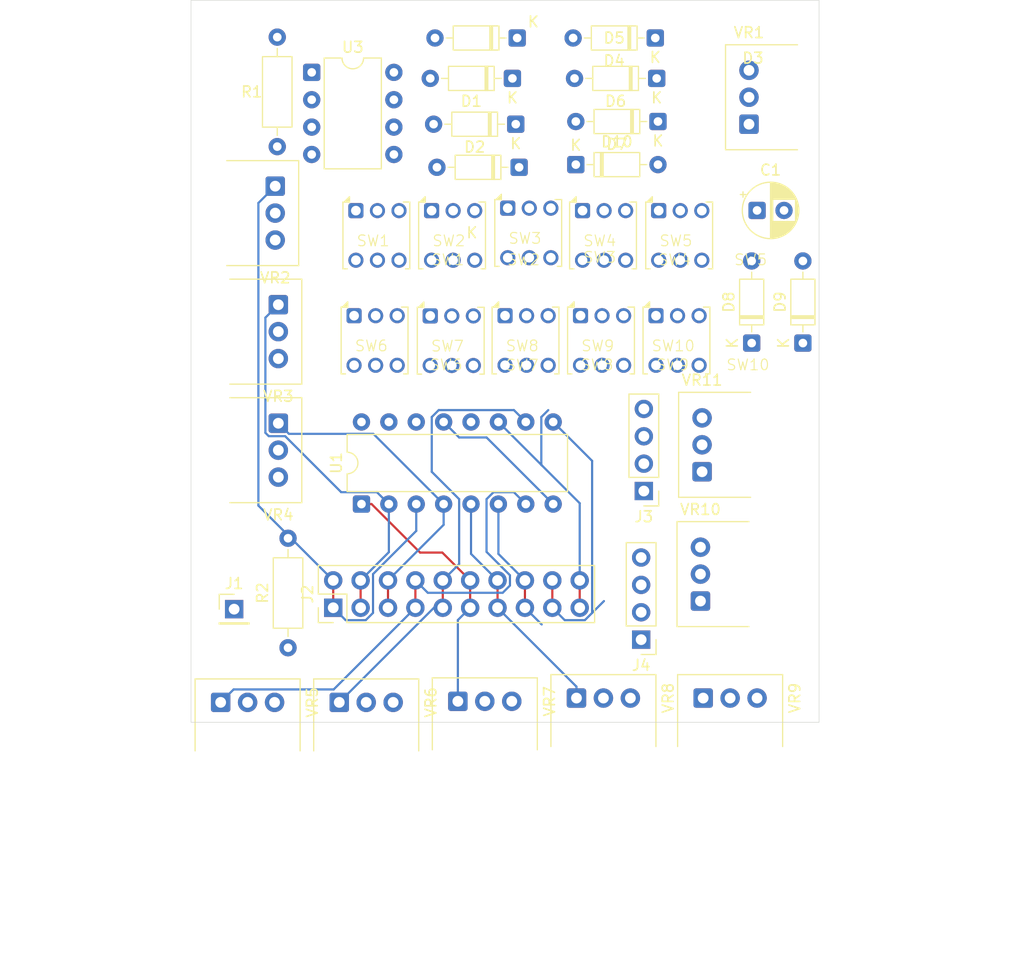
<source format=kicad_pcb>
(kicad_pcb (version 20241229) (generator "pcbnew") (generator_version "9.0")
  (layers (0 "F.Cu" signal) (2 "B.Cu" signal) (13 "F.Paste" user) (15 "B.Paste" user) (5 "F.SilkS" user "F.Silkscreen") (7 "B.SilkS" user "B.Silkscreen") (1 "F.Mask" user) (3 "B.Mask" user) (25 "Edge.Cuts" user))
  (net 0 "")
  (net 1 "GND")
  (net 2 "Net-(D1-K)")
  (net 3 "Net-(D1-A)")
  (net 4 "Net-(D2-A)")
  (net 5 "Net-(D3-A)")
  (net 6 "Net-(D4-A)")
  (net 7 "Net-(D5-A)")
  (net 8 "Net-(D6-A)")
  (net 9 "Net-(D7-A)")
  (net 10 "Net-(D8-A)")
  (net 11 "Net-(J1-Pin_1)")
  (net 12 "Net-(J2-Pin_5)")
  (net 13 "Net-(J2-Pin_11)")
  (net 14 "Net-(J2-Pin_1)")
  (net 15 "Net-(J2-Pin_7)")
  (net 16 "Net-(J2-Pin_17)")
  (net 17 "Net-(J2-Pin_10)")
  (net 18 "Net-(J2-Pin_3)")
  (net 19 "Net-(J2-Pin_15)")
  (net 20 "Net-(J2-Pin_13)")
  (net 21 "Net-(J2-Pin_19)")
  (net 42 "Net-(U1-CLK)")
  (net 43 "VCC")
  (net 45 "Net-(U3-TR)")
  (net 46 "Net-(D2-K)")
  (net 47 "Net-(D3-K)")
  (net 48 "Net-(D4-K)")
  (net 49 "Net-(D5-K)")
  (net 50 "Net-(D6-K)")
  (net 51 "Net-(D7-K)")
  (net 52 "Net-(D8-K)")
  (net 53 "Net-(D9-K)")
  (net 54 "Net-(D10-K)")
  (net 55 "Net-(J3-Pin_1)")
  (net 56 "Net-(J4-Pin_1)")
  (net 57 "Net-(U3-THR)")
  (net 58 "Net-(U3-DIS)")
  (net 59 "Net-(SW1B-A)")
  (net 61 "Net-(D9-A)")
  (net 62 "Net-(D10-A)")
  (footprint "Connector_PinHeader_2.54mm:PinHeader_2x10_P2.54mm_Vertical" (layer "F.Cu") (at 107.6905 159.62 90)
    (property "Reference" "J2" (at 1.27 -2.38 90) (layer "F.SilkS"))
    (property "Value" "Conn_02x10_Odd_Even")
    (pad "1" thru_hole rect (at 0 0 90) (size 1.7 1.7) (drill 1) (layers "*.Cu" "*.Mask") (net 14 "Net-(J2-Pin_1)"))
    (pad "2" thru_hole circle (at 2.54 0 90) (size 1.7 1.7) (drill 1) (layers "*.Cu" "*.Mask") (net 14 "Net-(J2-Pin_1)"))
    (pad "3" thru_hole circle (at 0 2.54 90) (size 1.7 1.7) (drill 1) (layers "*.Cu" "*.Mask") (net 18 "Net-(J2-Pin_3)"))
    (pad "4" thru_hole circle (at 2.54 2.54 90) (size 1.7 1.7) (drill 1) (layers "*.Cu" "*.Mask") (net 18 "Net-(J2-Pin_3)"))
    (pad "5" thru_hole circle (at 0 5.08 90) (size 1.7 1.7) (drill 1) (layers "*.Cu" "*.Mask") (net 12 "Net-(J2-Pin_5)"))
    (pad "6" thru_hole circle (at 2.54 5.08 90) (size 1.7 1.7) (drill 1) (layers "*.Cu" "*.Mask") (net 12 "Net-(J2-Pin_5)"))
    (pad "7" thru_hole circle (at 0 7.62 90) (size 1.7 1.7) (drill 1) (layers "*.Cu" "*.Mask") (net 15 "Net-(J2-Pin_7)"))
    (pad "8" thru_hole circle (at 2.54 7.62 90) (size 1.7 1.7) (drill 1) (layers "*.Cu" "*.Mask") (net 15 "Net-(J2-Pin_7)"))
    (pad "9" thru_hole circle (at 0 10.16 90) (size 1.7 1.7) (drill 1) (layers "*.Cu" "*.Mask") (net 17 "Net-(J2-Pin_10)"))
    (pad "10" thru_hole circle (at 2.54 10.16 90) (size 1.7 1.7) (drill 1) (layers "*.Cu" "*.Mask") (net 17 "Net-(J2-Pin_10)"))
    (pad "11" thru_hole circle (at 0 12.7 90) (size 1.7 1.7) (drill 1) (layers "*.Cu" "*.Mask") (net 13 "Net-(J2-Pin_11)"))
    (pad "12" thru_hole circle (at 2.54 12.7 90) (size 1.7 1.7) (drill 1) (layers "*.Cu" "*.Mask") (net 13 "Net-(J2-Pin_11)"))
    (pad "13" thru_hole circle (at 0 15.24 90) (size 1.7 1.7) (drill 1) (layers "*.Cu" "*.Mask") (net 20 "Net-(J2-Pin_13)"))
    (pad "14" thru_hole circle (at 2.54 15.24 90) (size 1.7 1.7) (drill 1) (layers "*.Cu" "*.Mask") (net 20 "Net-(J2-Pin_13)"))
    (pad "15" thru_hole circle (at 0 17.78 90) (size 1.7 1.7) (drill 1) (layers "*.Cu" "*.Mask") (net 19 "Net-(J2-Pin_15)"))
    (pad "16" thru_hole circle (at 2.54 17.78 90) (size 1.7 1.7) (drill 1) (layers "*.Cu" "*.Mask") (net 19 "Net-(J2-Pin_15)"))
    (pad "17" thru_hole circle (at 0 20.32 90) (size 1.7 1.7) (drill 1) (layers "*.Cu" "*.Mask") (net 16 "Net-(J2-Pin_17)"))
    (pad "18" thru_hole circle (at 2.54 20.32 90) (size 1.7 1.7) (drill 1) (layers "*.Cu" "*.Mask") (net 16 "Net-(J2-Pin_17)"))
    (pad "19" thru_hole circle (at 0 22.86 90) (size 1.7 1.7) (drill 1) (layers "*.Cu" "*.Mask") (net 21 "Net-(J2-Pin_19)"))
    (pad "20" thru_hole circle (at 2.54 22.86 90) (size 1.7 1.7) (drill 1) (layers "*.Cu" "*.Mask") (net 21 "Net-(J2-Pin_19)"))
  )
  (footprint "latching_switch:SW_DPDT_x2_Latching_2mm_pitch" (layer "F.Cu") (at 125.905 130.1)
    (property "Reference" "SW3" (at 6.5 -3 0) (layer "F.SilkS") (effects (font (thickness 0.1))))
    (property "Value" "SW_DPDT_x2_Latching")
    (fp_text user "${REFERENCE}" (at -0.43 -4.76 0) (layer "F.SilkS") (effects (font (thickness 0.1))))
    (pad "1" thru_hole roundrect (at -2.03 -7.56) (size 1.4 1.4) (drill 0.9) (layers "*.Cu" "*.Mask") (roundrect_rratio 0.1785714286) (net 55 "Net-(J3-Pin_1)"))
    (pad "2" thru_hole circle (at -0.03 -7.56) (size 1.4 1.4) (drill 0.9) (layers "*.Cu" "*.Mask") (net 47 "Net-(D3-K)"))
    (pad "3" thru_hole circle (at 1.97 -7.56) (size 1.4 1.4) (drill 0.9) (layers "*.Cu" "*.Mask"))
    (pad "4" thru_hole circle (at 1.97 -2.96) (size 1.4 1.4) (drill 0.9) (layers "*.Cu" "*.Mask") (net 59 "Net-(SW1B-A)"))
    (pad "5" thru_hole circle (at -0.03 -2.96) (size 1.4 1.4) (drill 0.9) (layers "*.Cu" "*.Mask") (net 52 "Net-(D8-K)"))
    (pad "6" thru_hole circle (at -2.03 -2.96) (size 1.4 1.4) (drill 0.9) (layers "*.Cu" "*.Mask"))
  )
  (footprint "Potentiometer_THT:Potentiometer_Alps_RK097_Single_Horizontal" (layer "F.Cu") (at 119.25 168.3 90)
    (property "Reference" "VR7" (at 0 8.5 90) (layer "F.SilkS"))
    (property "Value" "500K")
    (pad "1" thru_hole roundrect (at 0 0 270) (size 1.8 1.8) (drill 1) (layers "*.Cu" "*.Mask") (roundrect_rratio 0.1388888889) (net 13 "Net-(J2-Pin_11)"))
    (pad "2" thru_hole circle (at 0 2.5 270) (size 1.8 1.8) (drill 1) (layers "*.Cu" "*.Mask") (net 8 "Net-(D6-A)"))
    (pad "3" thru_hole circle (at 0 5 270) (size 1.8 1.8) (drill 1) (layers "*.Cu" "*.Mask") (net 8 "Net-(D6-A)"))
  )
  (footprint "Potentiometer_THT:Potentiometer_Alps_RK097_Single_Horizontal" (layer "F.Cu") (at 102.6 131.5)
    (property "Reference" "VR3" (at 0 8.5 180) (layer "F.SilkS"))
    (property "Value" "500K")
    (pad "1" thru_hole roundrect (at 0 0 180) (size 1.8 1.8) (drill 1) (layers "*.Cu" "*.Mask") (roundrect_rratio 0.1388888889) (net 18 "Net-(J2-Pin_3)"))
    (pad "2" thru_hole circle (at 0 2.5 180) (size 1.8 1.8) (drill 1) (layers "*.Cu" "*.Mask") (net 4 "Net-(D2-A)"))
    (pad "3" thru_hole circle (at 0 5 180) (size 1.8 1.8) (drill 1) (layers "*.Cu" "*.Mask") (net 4 "Net-(D2-A)"))
  )
  (footprint "Potentiometer_THT:Potentiometer_Alps_RK097_Single_Horizontal" (layer "F.Cu") (at 108.25 168.4 90)
    (property "Reference" "VR6" (at 0 8.5 90) (layer "F.SilkS"))
    (property "Value" "500K")
    (pad "1" thru_hole roundrect (at 0 0 270) (size 1.8 1.8) (drill 1) (layers "*.Cu" "*.Mask") (roundrect_rratio 0.1388888889) (net 17 "Net-(J2-Pin_10)"))
    (pad "2" thru_hole circle (at 0 2.5 270) (size 1.8 1.8) (drill 1) (layers "*.Cu" "*.Mask") (net 7 "Net-(D5-A)"))
    (pad "3" thru_hole circle (at 0 5 270) (size 1.8 1.8) (drill 1) (layers "*.Cu" "*.Mask") (net 7 "Net-(D5-A)"))
  )
  (footprint "latching_switch:SW_DPDT_x2_Latching_2mm_pitch" (layer "F.Cu") (at 118.7175 140.1)
    (property "Reference" "SW7" (at 6.5 -3 0) (layer "F.SilkS") (effects (font (thickness 0.1))))
    (property "Value" "SW_DPDT_x2_Latching")
    (fp_text user "${REFERENCE}" (at -0.43 -4.76 0) (layer "F.SilkS") (effects (font (thickness 0.1))))
    (pad "1" thru_hole roundrect (at -2.03 -7.56) (size 1.4 1.4) (drill 0.9) (layers "*.Cu" "*.Mask") (roundrect_rratio 0.1785714286) (net 55 "Net-(J3-Pin_1)"))
    (pad "2" thru_hole circle (at -0.03 -7.56) (size 1.4 1.4) (drill 0.9) (layers "*.Cu" "*.Mask") (net 51 "Net-(D7-K)"))
    (pad "3" thru_hole circle (at 1.97 -7.56) (size 1.4 1.4) (drill 0.9) (layers "*.Cu" "*.Mask"))
    (pad "4" thru_hole circle (at 1.97 -2.96) (size 1.4 1.4) (drill 0.9) (layers "*.Cu" "*.Mask") (net 59 "Net-(SW1B-A)"))
    (pad "5" thru_hole circle (at -0.03 -2.96) (size 1.4 1.4) (drill 0.9) (layers "*.Cu" "*.Mask") (net 48 "Net-(D4-K)"))
    (pad "6" thru_hole circle (at -2.03 -2.96) (size 1.4 1.4) (drill 0.9) (layers "*.Cu" "*.Mask"))
  )
  (footprint "Resistor_THT:R_Axial_DIN0207_L6.3mm_D2.5mm_P10.16mm_Horizontal" (layer "F.Cu") (at 103.5 163.33 90)
    (property "Reference" "R2" (at 5.08 -2.37 90) (layer "F.SilkS"))
    (property "Value" "100K")
    (pad "1" thru_hole circle (at 0 0 90) (size 1.6 1.6) (drill 0.8) (layers "*.Cu" "*.Mask") (net 1 "GND"))
    (pad "2" thru_hole circle (at 10.16 0 90) (size 1.6 1.6) (drill 0.8) (layers "*.Cu" "*.Mask") (net 11 "Net-(J1-Pin_1)"))
  )
  (footprint "Diode_THT:D_DO-35_SOD27_P7.62mm_Horizontal" (layer "F.Cu") (at 151.25 135.06 90)
    (property "Reference" "D9" (at 3.81 -2.12 90) (layer "F.SilkS"))
    (property "Value" "1N4148")
    (fp_text user "K" (at 0 -1.8 90) (layer "F.SilkS"))
    (pad "1" thru_hole roundrect (at 0 0 90) (size 1.6 1.6) (drill 0.8) (layers "*.Cu" "*.Mask") (roundrect_rratio 0.15625) (net 53 "Net-(D9-K)"))
    (pad "2" thru_hole circle (at 7.62 0 90) (size 1.6 1.6) (drill 0.8) (layers "*.Cu" "*.Mask") (net 61 "Net-(D9-A)"))
  )
  (footprint "Potentiometer_THT:Potentiometer_Alps_RK097_Single_Horizontal" (layer "F.Cu") (at 102.6 142.5)
    (property "Reference" "VR4" (at 0 8.5 180) (layer "F.SilkS"))
    (property "Value" "500K")
    (pad "1" thru_hole roundrect (at 0 0 180) (size 1.8 1.8) (drill 1) (layers "*.Cu" "*.Mask") (roundrect_rratio 0.1388888889) (net 12 "Net-(J2-Pin_5)"))
    (pad "2" thru_hole circle (at 0 2.5 180) (size 1.8 1.8) (drill 1) (layers "*.Cu" "*.Mask") (net 5 "Net-(D3-A)"))
    (pad "3" thru_hole circle (at 0 5 180) (size 1.8 1.8) (drill 1) (layers "*.Cu" "*.Mask") (net 5 "Net-(D3-A)"))
  )
  (footprint "Potentiometer_THT:Potentiometer_Alps_RK097_Single_Horizontal" (layer "F.Cu") (at 142 168 90)
    (property "Reference" "VR9" (at 0 8.5 90) (layer "F.SilkS"))
    (property "Value" "500K")
    (pad "1" thru_hole roundrect (at 0 0 270) (size 1.8 1.8) (drill 1) (layers "*.Cu" "*.Mask") (roundrect_rratio 0.1388888889) (net 19 "Net-(J2-Pin_15)"))
    (pad "2" thru_hole circle (at 0 2.5 270) (size 1.8 1.8) (drill 1) (layers "*.Cu" "*.Mask") (net 10 "Net-(D8-A)"))
    (pad "3" thru_hole circle (at 0 5 270) (size 1.8 1.8) (drill 1) (layers "*.Cu" "*.Mask") (net 10 "Net-(D8-A)"))
  )
  (footprint "latching_switch:SW_DPDT_x2_Latching_2mm_pitch" (layer "F.Cu") (at 139.655 140.08)
    (property "Reference" "SW10" (at 6.5 -3 0) (layer "F.SilkS") (effects (font (thickness 0.1))))
    (property "Value" "SW_DPDT_x2_Latching")
    (fp_text user "${REFERENCE}" (at -0.43 -4.76 0) (layer "F.SilkS") (effects (font (thickness 0.1))))
    (pad "1" thru_hole roundrect (at -2.03 -7.56) (size 1.4 1.4) (drill 0.9) (layers "*.Cu" "*.Mask") (roundrect_rratio 0.1785714286) (net 55 "Net-(J3-Pin_1)"))
    (pad "2" thru_hole circle (at -0.03 -7.56) (size 1.4 1.4) (drill 0.9) (layers "*.Cu" "*.Mask") (net 54 "Net-(D10-K)"))
    (pad "3" thru_hole circle (at 1.97 -7.56) (size 1.4 1.4) (drill 0.9) (layers "*.Cu" "*.Mask"))
    (pad "4" thru_hole circle (at 1.97 -2.96) (size 1.4 1.4) (drill 0.9) (layers "*.Cu" "*.Mask") (net 56 "Net-(J4-Pin_1)"))
    (pad "5" thru_hole circle (at -0.03 -2.96) (size 1.4 1.4) (drill 0.9) (layers "*.Cu" "*.Mask") (net 2 "Net-(D1-K)"))
    (pad "6" thru_hole circle (at -2.03 -2.96) (size 1.4 1.4) (drill 0.9) (layers "*.Cu" "*.Mask"))
  )
  (footprint "latching_switch:SW_DPDT_x2_Latching_2mm_pitch" (layer "F.Cu") (at 132.8425 130.33)
    (property "Reference" "SW4" (at 6.5 -3 0) (layer "F.SilkS") (effects (font (thickness 0.1))))
    (property "Value" "SW_DPDT_x2_Latching")
    (fp_text user "${REFERENCE}" (at -0.43 -4.76 0) (layer "F.SilkS") (effects (font (thickness 0.1))))
    (pad "1" thru_hole roundrect (at -2.03 -7.56) (size 1.4 1.4) (drill 0.9) (layers "*.Cu" "*.Mask") (roundrect_rratio 0.1785714286) (net 55 "Net-(J3-Pin_1)"))
    (pad "2" thru_hole circle (at -0.03 -7.56) (size 1.4 1.4) (drill 0.9) (layers "*.Cu" "*.Mask") (net 48 "Net-(D4-K)"))
    (pad "3" thru_hole circle (at 1.97 -7.56) (size 1.4 1.4) (drill 0.9) (layers "*.Cu" "*.Mask"))
    (pad "4" thru_hole circle (at 1.97 -2.96) (size 1.4 1.4) (drill 0.9) (layers "*.Cu" "*.Mask") (net 59 "Net-(SW1B-A)"))
    (pad "5" thru_hole circle (at -0.03 -2.96) (size 1.4 1.4) (drill 0.9) (layers "*.Cu" "*.Mask") (net 51 "Net-(D7-K)"))
    (pad "6" thru_hole circle (at -2.03 -2.96) (size 1.4 1.4) (drill 0.9) (layers "*.Cu" "*.Mask"))
  )
  (footprint "Potentiometer_THT:Potentiometer_Alps_RK097_Single_Horizontal" (layer "F.Cu") (at 141.9 147 180)
    (property "Reference" "VR11" (at 0 8.5 0) (layer "F.SilkS"))
    (property "Value" "500K")
    (pad "1" thru_hole roundrect (at 0 0) (size 1.8 1.8) (drill 1) (layers "*.Cu" "*.Mask") (roundrect_rratio 0.1388888889) (net 21 "Net-(J2-Pin_19)"))
    (pad "2" thru_hole circle (at 0 2.5) (size 1.8 1.8) (drill 1) (layers "*.Cu" "*.Mask") (net 62 "Net-(D10-A)"))
    (pad "3" thru_hole circle (at 0 5) (size 1.8 1.8) (drill 1) (layers "*.Cu" "*.Mask") (net 62 "Net-(D10-A)"))
  )
  (footprint "latching_switch:SW_DPDT_x2_Latching_2mm_pitch" (layer "F.Cu") (at 118.8425 130.33)
    (property "Reference" "SW2" (at 6.5 -3 0) (layer "F.SilkS") (effects (font (thickness 0.1))))
    (property "Value" "SW_DPDT_x2_Latching")
    (fp_text user "${REFERENCE}" (at -0.43 -4.76 0) (layer "F.SilkS") (effects (font (thickness 0.1))))
    (pad "1" thru_hole roundrect (at -2.03 -7.56) (size 1.4 1.4) (drill 0.9) (layers "*.Cu" "*.Mask") (roundrect_rratio 0.1785714286) (net 55 "Net-(J3-Pin_1)"))
    (pad "2" thru_hole circle (at -0.03 -7.56) (size 1.4 1.4) (drill 0.9) (layers "*.Cu" "*.Mask") (net 46 "Net-(D2-K)"))
    (pad "3" thru_hole circle (at 1.97 -7.56) (size 1.4 1.4) (drill 0.9) (layers "*.Cu" "*.Mask"))
    (pad "4" thru_hole circle (at 1.97 -2.96) (size 1.4 1.4) (drill 0.9) (layers "*.Cu" "*.Mask") (net 59 "Net-(SW1B-A)"))
    (pad "5" thru_hole circle (at -0.03 -2.96) (size 1.4 1.4) (drill 0.9) (layers "*.Cu" "*.Mask") (net 53 "Net-(D9-K)"))
    (pad "6" thru_hole circle (at -2.03 -2.96) (size 1.4 1.4) (drill 0.9) (layers "*.Cu" "*.Mask"))
  )
  (footprint "latching_switch:SW_DPDT_x2_Latching_2mm_pitch" (layer "F.Cu") (at 132.655 140.08)
    (property "Reference" "SW9" (at 6.5 -3 0) (layer "F.SilkS") (effects (font (thickness 0.1))))
    (property "Value" "SW_DPDT_x2_Latching")
    (fp_text user "${REFERENCE}" (at -0.43 -4.76 0) (layer "F.SilkS") (effects (font (thickness 0.1))))
    (pad "1" thru_hole roundrect (at -2.03 -7.56) (size 1.4 1.4) (drill 0.9) (layers "*.Cu" "*.Mask") (roundrect_rratio 0.1785714286) (net 55 "Net-(J3-Pin_1)"))
    (pad "2" thru_hole circle (at -0.03 -7.56) (size 1.4 1.4) (drill 0.9) (layers "*.Cu" "*.Mask") (net 53 "Net-(D9-K)"))
    (pad "3" thru_hole circle (at 1.97 -7.56) (size 1.4 1.4) (drill 0.9) (layers "*.Cu" "*.Mask"))
    (pad "4" thru_hole circle (at 1.97 -2.96) (size 1.4 1.4) (drill 0.9) (layers "*.Cu" "*.Mask") (net 59 "Net-(SW1B-A)"))
    (pad "5" thru_hole circle (at -0.03 -2.96) (size 1.4 1.4) (drill 0.9) (layers "*.Cu" "*.Mask") (net 46 "Net-(D2-K)"))
    (pad "6" thru_hole circle (at -2.03 -2.96) (size 1.4 1.4) (drill 0.9) (layers "*.Cu" "*.Mask"))
  )
  (footprint "Diode_THT:D_DO-35_SOD27_P7.62mm_Horizontal" (layer "F.Cu") (at 124.75 106.75 180)
    (property "Reference" "D5" (at -9 0 0) (layer "F.SilkS"))
    (property "Value" "1N4148")
    (fp_text user "K" (at -1.5 1.5 0) (layer "F.SilkS"))
    (pad "1" thru_hole roundrect (at 0 0 180) (size 1.6 1.6) (drill 0.8) (layers "*.Cu" "*.Mask") (roundrect_rratio 0.15625) (net 49 "Net-(D5-K)"))
    (pad "2" thru_hole circle (at 7.62 0 180) (size 1.6 1.6) (drill 0.8) (layers "*.Cu" "*.Mask") (net 7 "Net-(D5-A)"))
  )
  (footprint "Diode_THT:D_DO-35_SOD27_P7.62mm_Horizontal" (layer "F.Cu") (at 137.69 110.5 180)
    (property "Reference" "D6" (at 3.81 -2.12 0) (layer "F.SilkS"))
    (property "Value" "1N4148")
    (fp_text user "K" (at 0 -1.8 0) (layer "F.SilkS"))
    (pad "1" thru_hole roundrect (at 0 0 180) (size 1.6 1.6) (drill 0.8) (layers "*.Cu" "*.Mask") (roundrect_rratio 0.15625) (net 50 "Net-(D6-K)"))
    (pad "2" thru_hole circle (at 7.62 0 180) (size 1.6 1.6) (drill 0.8) (layers "*.Cu" "*.Mask") (net 8 "Net-(D6-A)"))
  )
  (footprint "Potentiometer_THT:Potentiometer_Alps_RK097_Single_Horizontal" (layer "F.Cu") (at 97.25 168.4 90)
    (property "Reference" "VR5" (at 0 8.5 90) (layer "F.SilkS"))
    (property "Value" "500K")
    (pad "1" thru_hole roundrect (at 0 0 270) (size 1.8 1.8) (drill 1) (layers "*.Cu" "*.Mask") (roundrect_rratio 0.1388888889) (net 15 "Net-(J2-Pin_7)"))
    (pad "2" thru_hole circle (at 0 2.5 270) (size 1.8 1.8) (drill 1) (layers "*.Cu" "*.Mask") (net 6 "Net-(D4-A)"))
    (pad "3" thru_hole circle (at 0 5 270) (size 1.8 1.8) (drill 1) (layers "*.Cu" "*.Mask") (net 6 "Net-(D4-A)"))
  )
  (footprint "Resistor_THT:R_Axial_DIN0207_L6.3mm_D2.5mm_P10.16mm_Horizontal" (layer "F.Cu") (at 102.5 116.83 90)
    (property "Reference" "R1" (at 5.08 -2.37 0) (layer "F.SilkS"))
    (property "Value" "1K")
    (pad "1" thru_hole circle (at 0 0 90) (size 1.6 1.6) (drill 0.8) (layers "*.Cu" "*.Mask") (net 57 "Net-(U3-THR)"))
    (pad "2" thru_hole circle (at 10.16 0 90) (size 1.6 1.6) (drill 0.8) (layers "*.Cu" "*.Mask") (net 58 "Net-(U3-DIS)"))
  )
  (footprint "latching_switch:SW_DPDT_x2_Latching_2mm_pitch" (layer "F.Cu") (at 139.905 130.33)
    (property "Reference" "SW5" (at 6.5 -3 0) (layer "F.SilkS") (effects (font (thickness 0.1))))
    (property "Value" "SW_DPDT_x2_Latching")
    (fp_text user "${REFERENCE}" (at -0.43 -4.76 0) (layer "F.SilkS") (effects (font (thickness 0.1))))
    (pad "1" thru_hole roundrect (at -2.03 -7.56) (size 1.4 1.4) (drill 0.9) (layers "*.Cu" "*.Mask") (roundrect_rratio 0.1785714286) (net 55 "Net-(J3-Pin_1)"))
    (pad "2" thru_hole circle (at -0.03 -7.56) (size 1.4 1.4) (drill 0.9) (layers "*.Cu" "*.Mask") (net 49 "Net-(D5-K)"))
    (pad "3" thru_hole circle (at 1.97 -7.56) (size 1.4 1.4) (drill 0.9) (layers "*.Cu" "*.Mask"))
    (pad "4" thru_hole circle (at 1.97 -2.96) (size 1.4 1.4) (drill 0.9) (layers "*.Cu" "*.Mask") (net 59 "Net-(SW1B-A)"))
    (pad "5" thru_hole circle (at -0.03 -2.96) (size 1.4 1.4) (drill 0.9) (layers "*.Cu" "*.Mask") (net 50 "Net-(D6-K)"))
    (pad "6" thru_hole circle (at -2.03 -2.96) (size 1.4 1.4) (drill 0.9) (layers "*.Cu" "*.Mask"))
  )
  (footprint "Connector_PinHeader_2.54mm:PinHeader_1x04_P2.54mm_Vertical" (layer "F.Cu") (at 136.25 162.58 180)
    (property "Reference" "J4" (at 0 -2.38 0) (layer "F.SilkS"))
    (property "Value" "CV Inv")
    (pad "1" thru_hole rect (at 0 0 180) (size 1.7 1.7) (drill 1) (layers "*.Cu" "*.Mask") (net 56 "Net-(J4-Pin_1)"))
    (pad "2" thru_hole circle (at 0 2.54 180) (size 1.7 1.7) (drill 1) (layers "*.Cu" "*.Mask") (net 56 "Net-(J4-Pin_1)"))
    (pad "3" thru_hole circle (at 0 5.08 180) (size 1.7 1.7) (drill 1) (layers "*.Cu" "*.Mask") (net 56 "Net-(J4-Pin_1)"))
    (pad "4" thru_hole circle (at 0 7.62 180) (size 1.7 1.7) (drill 1) (layers "*.Cu" "*.Mask") (net 56 "Net-(J4-Pin_1)"))
  )
  (footprint "Package_DIP:DIP-8_W7.62mm" (layer "F.Cu") (at 105.695 109.94)
    (property "Reference" "U3" (at 3.81 -2.33 0) (layer "F.SilkS"))
    (property "Value" "ICM7555xP")
    (pad "1" thru_hole roundrect (at 0 0) (size 1.6 1.6) (drill 0.8) (layers "*.Cu" "*.Mask") (roundrect_rratio 0.15625) (net 1 "GND"))
    (pad "2" thru_hole circle (at 0 2.54) (size 1.6 1.6) (drill 0.8) (layers "*.Cu" "*.Mask") (net 45 "Net-(U3-TR)"))
    (pad "3" thru_hole circle (at 0 5.08) (size 1.6 1.6) (drill 0.8) (layers "*.Cu" "*.Mask") (net 42 "Net-(U1-CLK)"))
    (pad "4" thru_hole circle (at 0 7.62) (size 1.6 1.6) (drill 0.8) (layers "*.Cu" "*.Mask") (net 43 "VCC"))
    (pad "5" thru_hole circle (at 7.62 7.62) (size 1.6 1.6) (drill 0.8) (layers "*.Cu" "*.Mask"))
    (pad "6" thru_hole circle (at 7.62 5.08) (size 1.6 1.6) (drill 0.8) (layers "*.Cu" "*.Mask") (net 57 "Net-(U3-THR)"))
    (pad "7" thru_hole circle (at 7.62 2.54) (size 1.6 1.6) (drill 0.8) (layers "*.Cu" "*.Mask") (net 58 "Net-(U3-DIS)"))
    (pad "8" thru_hole circle (at 7.62 0) (size 1.6 1.6) (drill 0.8) (layers "*.Cu" "*.Mask") (net 43 "VCC"))
  )
  (footprint "Diode_THT:D_DO-35_SOD27_P7.62mm_Horizontal" (layer "F.Cu") (at 124.62 114.75 180)
    (property "Reference" "D2" (at 3.81 -2.12 0) (layer "F.SilkS"))
    (property "Value" "1N4148")
    (fp_text user "K" (at 0 -1.8 0) (layer "F.SilkS"))
    (pad "1" thru_hole roundrect (at 0 0 180) (size 1.6 1.6) (drill 0.8) (layers "*.Cu" "*.Mask") (roundrect_rratio 0.15625) (net 46 "Net-(D2-K)"))
    (pad "2" thru_hole circle (at 7.62 0 180) (size 1.6 1.6) (drill 0.8) (layers "*.Cu" "*.Mask") (net 4 "Net-(D2-A)"))
  )
  (footprint "latching_switch:SW_DPDT_x2_Latching_2mm_pitch" (layer "F.Cu") (at 111.655 140.08)
    (property "Reference" "SW6" (at 6.5 -3 0) (layer "F.SilkS") (effects (font (thickness 0.1))))
    (property "Value" "SW_DPDT_x2_Latching")
    (fp_text user "${REFERENCE}" (at -0.43 -4.76 0) (layer "F.SilkS") (effects (font (thickness 0.1))))
    (pad "1" thru_hole roundrect (at -2.03 -7.56) (size 1.4 1.4) (drill 0.9) (layers "*.Cu" "*.Mask") (roundrect_rratio 0.1785714286) (net 55 "Net-(J3-Pin_1)"))
    (pad "2" thru_hole circle (at -0.03 -7.56) (size 1.4 1.4) (drill 0.9) (layers "*.Cu" "*.Mask") (net 50 "Net-(D6-K)"))
    (pad "3" thru_hole circle (at 1.97 -7.56) (size 1.4 1.4) (drill 0.9) (layers "*.Cu" "*.Mask"))
    (pad "4" thru_hole circle (at 1.97 -2.96) (size 1.4 1.4) (drill 0.9) (layers "*.Cu" "*.Mask") (net 59 "Net-(SW1B-A)"))
    (pad "5" thru_hole circle (at -0.03 -2.96) (size 1.4 1.4) (drill 0.9) (layers "*.Cu" "*.Mask") (net 49 "Net-(D5-K)"))
    (pad "6" thru_hole circle (at -2.03 -2.96) (size 1.4 1.4) (drill 0.9) (layers "*.Cu" "*.Mask"))
  )
  (footprint "Potentiometer_THT:Potentiometer_Alps_RK097_Single_Horizontal" (layer "F.Cu") (at 130.25 168 90)
    (property "Reference" "VR8" (at 0 8.5 90) (layer "F.SilkS"))
    (property "Value" "500K")
    (pad "1" thru_hole roundrect (at 0 0 270) (size 1.8 1.8) (drill 1) (layers "*.Cu" "*.Mask") (roundrect_rratio 0.1388888889) (net 20 "Net-(J2-Pin_13)"))
    (pad "2" thru_hole circle (at 0 2.5 270) (size 1.8 1.8) (drill 1) (layers "*.Cu" "*.Mask") (net 9 "Net-(D7-A)"))
    (pad "3" thru_hole circle (at 0 5 270) (size 1.8 1.8) (drill 1) (layers "*.Cu" "*.Mask") (net 9 "Net-(D7-A)"))
  )
  (footprint "Diode_THT:D_DO-35_SOD27_P7.62mm_Horizontal" (layer "F.Cu") (at 124.31 110.5 180)
    (property "Reference" "D1" (at 3.81 -2.12 0) (layer "F.SilkS"))
    (property "Value" "1N4148")
    (fp_text user "K" (at 0 -1.8 0) (layer "F.SilkS"))
    (pad "1" thru_hole roundrect (at 0 0 180) (size 1.6 1.6) (drill 0.8) (layers "*.Cu" "*.Mask") (roundrect_rratio 0.15625) (net 2 "Net-(D1-K)"))
    (pad "2" thru_hole circle (at 7.62 0 180) (size 1.6 1.6) (drill 0.8) (layers "*.Cu" "*.Mask") (net 3 "Net-(D1-A)"))
  )
  (footprint "Diode_THT:D_DO-35_SOD27_P7.62mm_Horizontal" (layer "F.Cu") (at 130.19 118.5)
    (property "Reference" "D10" (at 3.81 -2.12 0) (layer "F.SilkS"))
    (property "Value" "1N4148")
    (fp_text user "K" (at 0 -1.8 0) (layer "F.SilkS"))
    (pad "1" thru_hole roundrect (at 0 0) (size 1.6 1.6) (drill 0.8) (layers "*.Cu" "*.Mask") (roundrect_rratio 0.15625) (net 54 "Net-(D10-K)"))
    (pad "2" thru_hole circle (at 7.62 0) (size 1.6 1.6) (drill 0.8) (layers "*.Cu" "*.Mask") (net 62 "Net-(D10-A)"))
  )
  (footprint "Potentiometer_THT:Potentiometer_Alps_RK097_Single_Horizontal" (layer "F.Cu") (at 102.3105 120.5)
    (property "Reference" "VR2" (at 0 8.5 0) (layer "F.SilkS"))
    (property "Value" "500K")
    (pad "1" thru_hole roundrect (at 0 0 180) (size 1.8 1.8) (drill 1) (layers "*.Cu" "*.Mask") (roundrect_rratio 0.1388888889) (net 14 "Net-(J2-Pin_1)"))
    (pad "2" thru_hole circle (at 0 2.5 180) (size 1.8 1.8) (drill 1) (layers "*.Cu" "*.Mask") (net 3 "Net-(D1-A)"))
    (pad "3" thru_hole circle (at 0 5 180) (size 1.8 1.8) (drill 1) (layers "*.Cu" "*.Mask") (net 3 "Net-(D1-A)"))
  )
  (footprint "Diode_THT:D_DO-35_SOD27_P7.62mm_Horizontal" (layer "F.Cu") (at 137.56 106.75 180)
    (property "Reference" "D4" (at 3.81 -2.12 0) (layer "F.SilkS"))
    (property "Value" "1N4148")
    (fp_text user "K" (at 0 -1.8 0) (layer "F.SilkS"))
    (pad "1" thru_hole roundrect (at 0 0 180) (size 1.6 1.6) (drill 0.8) (layers "*.Cu" "*.Mask") (roundrect_rratio 0.15625) (net 48 "Net-(D4-K)"))
    (pad "2" thru_hole circle (at 7.62 0 180) (size 1.6 1.6) (drill 0.8) (layers "*.Cu" "*.Mask") (net 6 "Net-(D4-A)"))
  )
  (footprint "Diode_THT:D_DO-35_SOD27_P7.62mm_Horizontal" (layer "F.Cu") (at 124.93 118.75 180)
    (property "Reference" "D3" (at -21.69 10.13 0) (layer "F.SilkS"))
    (property "Value" "1N4148")
    (fp_text user "K" (at 4.375 -6.07 0) (layer "F.SilkS"))
    (pad "1" thru_hole roundrect (at 0 0 180) (size 1.6 1.6) (drill 0.8) (layers "*.Cu" "*.Mask") (roundrect_rratio 0.15625) (net 47 "Net-(D3-K)"))
    (pad "2" thru_hole circle (at 7.62 0 180) (size 1.6 1.6) (drill 0.8) (layers "*.Cu" "*.Mask") (net 5 "Net-(D3-A)"))
  )
  (footprint "latching_switch:SW_DPDT_x2_Latching_2mm_pitch" (layer "F.Cu") (at 111.8225 130.33)
    (property "Reference" "SW1" (at 6.5 -3 0) (layer "F.SilkS") (effects (font (thickness 0.1))))
    (property "Value" "SW_DPDT_x2_Latching")
    (fp_text user "${REFERENCE}" (at -0.43 -4.76 0) (layer "F.SilkS") (effects (font (thickness 0.1))))
    (pad "1" thru_hole roundrect (at -2.03 -7.56) (size 1.4 1.4) (drill 0.9) (layers "*.Cu" "*.Mask") (roundrect_rratio 0.1785714286) (net 55 "Net-(J3-Pin_1)"))
    (pad "2" thru_hole circle (at -0.03 -7.56) (size 1.4 1.4) (drill 0.9) (layers "*.Cu" "*.Mask") (net 2 "Net-(D1-K)"))
    (pad "3" thru_hole circle (at 1.97 -7.56) (size 1.4 1.4) (drill 0.9) (layers "*.Cu" "*.Mask"))
    (pad "4" thru_hole circle (at 1.97 -2.96) (size 1.4 1.4) (drill 0.9) (layers "*.Cu" "*.Mask") (net 59 "Net-(SW1B-A)"))
    (pad "5" thru_hole circle (at -0.03 -2.96) (size 1.4 1.4) (drill 0.9) (layers "*.Cu" "*.Mask") (net 54 "Net-(D10-K)"))
    (pad "6" thru_hole circle (at -2.03 -2.96) (size 1.4 1.4) (drill 0.9) (layers "*.Cu" "*.Mask"))
  )
  (footprint "Connector_PinHeader_2.54mm:PinHeader_1x04_P2.54mm_Vertical" (layer "F.Cu") (at 136.5 148.79 180)
    (property "Reference" "J3" (at 0 -2.38 0) (layer "F.SilkS"))
    (property "Value" "CV")
    (pad "1" thru_hole rect (at 0 0 180) (size 1.7 1.7) (drill 1) (layers "*.Cu" "*.Mask") (net 55 "Net-(J3-Pin_1)"))
    (pad "2" thru_hole circle (at 0 2.54 180) (size 1.7 1.7) (drill 1) (layers "*.Cu" "*.Mask") (net 55 "Net-(J3-Pin_1)"))
    (pad "3" thru_hole circle (at 0 5.08 180) (size 1.7 1.7) (drill 1) (layers "*.Cu" "*.Mask") (net 55 "Net-(J3-Pin_1)"))
    (pad "4" thru_hole circle (at 0 7.62 180) (size 1.7 1.7) (drill 1) (layers "*.Cu" "*.Mask") (net 55 "Net-(J3-Pin_1)"))
  )
  (footprint "Diode_THT:D_DO-35_SOD27_P7.62mm_Horizontal" (layer "F.Cu") (at 137.81 114.5 180)
    (property "Reference" "D7" (at 3.81 -2.12 0) (layer "F.SilkS"))
    (property "Value" "1N4148")
    (fp_text user "K" (at 0 -1.8 0) (layer "F.SilkS"))
    (pad "1" thru_hole roundrect (at 0 0 180) (size 1.6 1.6) (drill 0.8) (layers "*.Cu" "*.Mask") (roundrect_rratio 0.15625) (net 51 "Net-(D7-K)"))
    (pad "2" thru_hole circle (at 7.62 0 180) (size 1.6 1.6) (drill 0.8) (layers "*.Cu" "*.Mask") (net 9 "Net-(D7-A)"))
  )
  (footprint "Connector_PinHeader_2.54mm:PinHeader_1x01_P2.54mm_Vertical" (layer "F.Cu") (at 98.5 159.75)
    (property "Reference" "J1" (at 0 -2.38 0) (layer "F.SilkS"))
    (property "Value" "Conn_01x01")
    (pad "1" thru_hole rect (at 0 0) (size 1.7 1.7) (drill 1) (layers "*.Cu" "*.Mask") (net 11 "Net-(J1-Pin_1)"))
  )
  (footprint "Capacitor_THT:CP_Radial_D5.0mm_P2.50mm" (layer "F.Cu") (at 147 122.75)
    (property "Reference" "C1" (at 1.25 -3.75 0) (layer "F.SilkS"))
    (property "Value" "C_Polarized")
    (pad "1" thru_hole roundrect (at 0 0) (size 1.6 1.6) (drill 0.8) (layers "*.Cu" "*.Mask") (roundrect_rratio 0.15625) (net 45 "Net-(U3-TR)"))
    (pad "2" thru_hole circle (at 2.5 0) (size 1.6 1.6) (drill 0.8) (layers "*.Cu" "*.Mask") (net 1 "GND"))
  )
  (footprint "Diode_THT:D_DO-35_SOD27_P7.62mm_Horizontal" (layer "F.Cu") (at 146.5 135.06 90)
    (property "Reference" "D8" (at 3.81 -2.12 90) (layer "F.SilkS"))
    (property "Value" "1N4148")
    (fp_text user "K" (at 0 -1.8 90) (layer "F.SilkS"))
    (pad "1" thru_hole roundrect (at 0 0 90) (size 1.6 1.6) (drill 0.8) (layers "*.Cu" "*.Mask") (roundrect_rratio 0.15625) (net 52 "Net-(D8-K)"))
    (pad "2" thru_hole circle (at 7.62 0 90) (size 1.6 1.6) (drill 0.8) (layers "*.Cu" "*.Mask") (net 10 "Net-(D8-A)"))
  )
  (footprint "Potentiometer_THT:Potentiometer_Alps_RK097_Single_Horizontal" (layer "F.Cu") (at 146.25 114.75 180)
    (property "Reference" "VR1" (at 0 8.5 0) (layer "F.SilkS"))
    (property "Value" "500K")
    (pad "1" thru_hole roundrect (at 0 0) (size 1.8 1.8) (drill 1) (layers "*.Cu" "*.Mask") (roundrect_rratio 0.1388888889) (net 43 "VCC"))
    (pad "2" thru_hole circle (at 0 2.5) (size 1.8 1.8) (drill 1) (layers "*.Cu" "*.Mask") (net 58 "Net-(U3-DIS)"))
    (pad "3" thru_hole circle (at 0 5) (size 1.8 1.8) (drill 1) (layers "*.Cu" "*.Mask") (net 58 "Net-(U3-DIS)"))
  )
  (footprint "latching_switch:SW_DPDT_x2_Latching_2mm_pitch" (layer "F.Cu") (at 125.655 140.08)
    (property "Reference" "SW8" (at 6.5 -3 0) (layer "F.SilkS") (effects (font (thickness 0.1))))
    (property "Value" "SW_DPDT_x2_Latching")
    (fp_text user "${REFERENCE}" (at -0.43 -4.76 0) (layer "F.SilkS") (effects (font (thickness 0.1))))
    (pad "1" thru_hole roundrect (at -2.03 -7.56) (size 1.4 1.4) (drill 0.9) (layers "*.Cu" "*.Mask") (roundrect_rratio 0.1785714286) (net 55 "Net-(J3-Pin_1)"))
    (pad "2" thru_hole circle (at -0.03 -7.56) (size 1.4 1.4) (drill 0.9) (layers "*.Cu" "*.Mask") (net 52 "Net-(D8-K)"))
    (pad "3" thru_hole circle (at 1.97 -7.56) (size 1.4 1.4) (drill 0.9) (layers "*.Cu" "*.Mask"))
    (pad "4" thru_hole circle (at 1.97 -2.96) (size 1.4 1.4) (drill 0.9) (layers "*.Cu" "*.Mask") (net 59 "Net-(SW1B-A)"))
    (pad "5" thru_hole circle (at -0.03 -2.96) (size 1.4 1.4) (drill 0.9) (layers "*.Cu" "*.Mask") (net 47 "Net-(D3-K)"))
    (pad "6" thru_hole circle (at -2.03 -2.96) (size 1.4 1.4) (drill 0.9) (layers "*.Cu" "*.Mask"))
  )
  (footprint "Potentiometer_THT:Potentiometer_Alps_RK097_Single_Horizontal" (layer "F.Cu") (at 141.75 159 180)
    (property "Reference" "VR10" (at 0 8.5 0) (layer "F.SilkS"))
    (property "Value" "500K")
    (pad "1" thru_hole roundrect (at 0 0) (size 1.8 1.8) (drill 1) (layers "*.Cu" "*.Mask") (roundrect_rratio 0.1388888889) (net 16 "Net-(J2-Pin_17)"))
    (pad "2" thru_hole circle (at 0 2.5) (size 1.8 1.8) (drill 1) (layers "*.Cu" "*.Mask") (net 61 "Net-(D9-A)"))
    (pad "3" thru_hole circle (at 0 5) (size 1.8 1.8) (drill 1) (layers "*.Cu" "*.Mask") (net 61 "Net-(D9-A)"))
  )
  (footprint "Package_DIP:DIP-16_W7.62mm" (layer "F.Cu") (at 110.3105 150 90)
    (property "Reference" "U1" (at 3.81 -2.33 90) (layer "F.SilkS"))
    (property "Value" "4017")
    (pad "1" thru_hole roundrect (at 0 0 90) (size 1.6 1.6) (drill 0.8) (layers "*.Cu" "*.Mask") (roundrect_rratio 0.15625) (net 13 "Net-(J2-Pin_11)"))
    (pad "2" thru_hole circle (at 0 2.54 90) (size 1.6 1.6) (drill 0.8) (layers "*.Cu" "*.Mask") (net 18 "Net-(J2-Pin_3)"))
    (pad "3" thru_hole circle (at 0 5.08 90) (size 1.6 1.6) (drill 0.8) (layers "*.Cu" "*.Mask") (net 14 "Net-(J2-Pin_1)"))
    (pad "4" thru_hole circle (at 0 7.62 90) (size 1.6 1.6) (drill 0.8) (layers "*.Cu" "*.Mask") (net 12 "Net-(J2-Pin_5)"))
    (pad "5" thru_hole circle (at 0 10.16 90) (size 1.6 1.6) (drill 0.8) (layers "*.Cu" "*.Mask") (net 20 "Net-(J2-Pin_13)"))
    (pad "6" thru_hole circle (at 0 12.7 90) (size 1.6 1.6) (drill 0.8) (layers "*.Cu" "*.Mask") (net 19 "Net-(J2-Pin_15)"))
    (pad "7" thru_hole circle (at 0 15.24 90) (size 1.6 1.6) (drill 0.8) (layers "*.Cu" "*.Mask") (net 15 "Net-(J2-Pin_7)"))
    (pad "8" thru_hole circle (at 0 17.78 90) (size 1.6 1.6) (drill 0.8) (layers "*.Cu" "*.Mask") (net 1 "GND"))
    (pad "9" thru_hole circle (at 7.62 17.78 90) (size 1.6 1.6) (drill 0.8) (layers "*.Cu" "*.Mask") (net 16 "Net-(J2-Pin_17)"))
    (pad "10" thru_hole circle (at 7.62 15.24 90) (size 1.6 1.6) (drill 0.8) (layers "*.Cu" "*.Mask") (net 17 "Net-(J2-Pin_10)"))
    (pad "11" thru_hole circle (at 7.62 12.7 90) (size 1.6 1.6) (drill 0.8) (layers "*.Cu" "*.Mask") (net 21 "Net-(J2-Pin_19)"))
    (pad "12" thru_hole circle (at 7.62 10.16 90) (size 1.6 1.6) (drill 0.8) (layers "*.Cu" "*.Mask"))
    (pad "13" thru_hole circle (at 7.62 7.62 90) (size 1.6 1.6) (drill 0.8) (layers "*.Cu" "*.Mask") (net 1 "GND"))
    (pad "14" thru_hole circle (at 7.62 5.08 90) (size 1.6 1.6) (drill 0.8) (layers "*.Cu" "*.Mask") (net 42 "Net-(U1-CLK)"))
    (pad "15" thru_hole circle (at 7.62 2.54 90) (size 1.6 1.6) (drill 0.8) (layers "*.Cu" "*.Mask") (net 11 "Net-(J1-Pin_1)"))
    (pad "16" thru_hole circle (at 7.62 0 90) (size 1.6 1.6) (drill 0.8) (layers "*.Cu" "*.Mask") (net 43 "VCC"))
  )
  (gr_rect (start 94.5 103.25) (end 152.75 170.25) (stroke (width 0.05)) (fill no) (layer "Edge.Cuts"))
  (segment (start 121.9095 143.819) (end 128.0905 150) (width 0.2) (layer "B.Cu") (net 1))
  (segment (start 119.3695 143.819) (end 121.9095 143.819) (width 0.2) (layer "B.Cu") (net 1))
  (segment (start 117.9305 142.38) (end 119.3695 143.819) (width 0.2) (layer "B.Cu") (net 1))
  (segment (start 112.7705 159.62) (end 112.7705 157.08) (width 0.2) (layer "F.Cu") (net 12))
  (segment (start 103.581 143.481) (end 111.4115 143.481) (width 0.2) (layer "B.Cu") (net 12))
  (segment (start 117.9305 151.92) (end 112.7705 157.08) (width 0.2) (layer "B.Cu") (net 12))
  (segment (start 111.4115 143.481) (end 117.9305 150) (width 0.2) (layer "B.Cu") (net 12))
  (segment (start 102.6 142.5) (end 103.581 143.481) (width 0.2) (layer "B.Cu") (net 12))
  (segment (start 117.9305 150) (end 117.9305 151.92) (width 0.2) (layer "B.Cu") (net 12))
  (segment (start 110.3105 150) (end 111.25 150) (width 0.2) (layer "F.Cu") (net 13))
  (segment (start 115.75 154.5) (end 117.8105 154.5) (width 0.2) (layer "F.Cu") (net 13))
  (segment (start 117.8105 154.5) (end 120.3905 157.08) (width 0.2) (layer "F.Cu") (net 13))
  (segment (start 120.3905 159.62) (end 120.3905 157.08) (width 0.2) (layer "F.Cu") (net 13))
  (segment (start 111.25 150) (end 115.75 154.5) (width 0.2) (layer "F.Cu") (net 13))
  (segment (start 119.25 168.3) (end 119.25 160.7605) (width 0.2) (layer "B.Cu") (net 13))
  (segment (start 119.25 160.7605) (end 120.3905 159.62) (width 0.2) (layer "B.Cu") (net 13))
  (segment (start 107.6905 159.62) (end 107.6905 157.08) (width 0.2) (layer "F.Cu") (net 14))
  (segment (start 100.75 122.0605) (end 100.75 150.1395) (width 0.2) (layer "B.Cu") (net 14))
  (segment (start 110.70726 160.771) (end 108.8415 160.771) (width 0.2) (layer "B.Cu") (net 14))
  (segment (start 115.3905 152.4871) (end 111.3815 156.4961) (width 0.2) (layer "B.Cu") (net 14))
  (segment (start 102.3105 120.5) (end 100.75 122.0605) (width 0.2) (layer "B.Cu") (net 14))
  (segment (start 108.8415 160.771) (end 107.6905 159.62) (width 0.2) (layer "B.Cu") (net 14))
  (segment (start 111.3815 160.09676) (end 110.70726 160.771) (width 0.2) (layer "B.Cu") (net 14))
  (segment (start 111.3815 156.4961) (end 111.3815 160.09676) (width 0.2) (layer "B.Cu") (net 14))
  (segment (start 100.75 150.1395) (end 107.6905 157.08) (width 0.2) (layer "B.Cu") (net 14))
  (segment (start 115.3905 150) (end 115.3905 152.4871) (width 0.2) (layer "B.Cu") (net 14))
  (segment (start 115.3105 159.62) (end 115.3105 157.08) (width 0.2) (layer "F.Cu") (net 15))
  (segment (start 98.451 167.199) (end 107.7315 167.199) (width 0.2) (layer "B.Cu") (net 15))
  (segment (start 121.9095 154.43124) (end 121.9095 149.54395) (width 0.2) (layer "B.Cu") (net 15))
  (segment (start 121.9095 149.54395) (end 122.55445 148.899) (width 0.2) (layer "B.Cu") (net 15))
  (segment (start 124.0815 156.60324) (end 121.9095 154.43124) (width 0.2) (layer "B.Cu") (net 15))
  (segment (start 123.40726 158.231) (end 124.0815 157.55676) (width 0.2) (layer "B.Cu") (net 15))
  (segment (start 107.7315 167.199) (end 115.3105 159.62) (width 0.2) (layer "B.Cu") (net 15))
  (segment (start 97.25 168.4) (end 98.451 167.199) (width 0.2) (layer "B.Cu") (net 15))
  (segment (start 122.55445 148.899) (end 124.4495 148.899) (width 0.2) (layer "B.Cu") (net 15))
  (segment (start 115.3105 157.08) (end 116.4615 158.231) (width 0.2) (layer "B.Cu") (net 15))
  (segment (start 124.4495 148.899) (end 125.5505 150) (width 0.2) (layer "B.Cu") (net 15))
  (segment (start 124.0815 157.55676) (end 124.0815 156.60324) (width 0.2) (layer "B.Cu") (net 15))
  (segment (start 116.4615 158.231) (end 123.40726 158.231) (width 0.2) (layer "B.Cu") (net 15))
  (segment (start 128.0105 159.62) (end 128.0105 157.08) (width 0.2) (layer "F.Cu") (net 16))
  (segment (start 132.79826 159) (end 131.7015 160.09676) (width 0.2) (layer "B.Cu") (net 16))
  (segment (start 131.02726 160.771) (end 131.7015 160.09676) (width 0.2) (layer "B.Cu") (net 16))
  (segment (start 128.0105 159.62) (end 129.1615 160.771) (width 0.2) (layer "B.Cu") (net 16))
  (segment (start 131.7015 160.09676) (end 131.7015 145.991) (width 0.2) (layer "B.Cu") (net 16))
  (segment (start 129.1615 160.771) (end 131.02726 160.771) (width 0.2) (layer "B.Cu") (net 16))
  (segment (start 131.7015 145.991) (end 128.0905 142.38) (width 0.2) (layer "B.Cu") (net 16))
  (segment (start 117.8505 159.62) (end 117.8505 157.08) (width 0.2) (layer "F.Cu") (net 17))
  (segment (start 108.25 168.4) (end 117.03 159.62) (width 0.2) (layer "B.Cu") (net 17))
  (segment (start 119.3695 155.561) (end 119.3695 149.54395) (width 0.2) (layer "B.Cu") (net 17))
  (segment (start 117.03 159.62) (end 117.8505 159.62) (width 0.2) (layer "B.Cu") (net 17))
  (segment (start 117.8505 157.08) (end 119.3695 155.561) (width 0.2) (layer "B.Cu") (net 17))
  (segment (start 116.8295 141.92395) (end 117.47445 141.279) (width 0.2) (layer "B.Cu") (net 17))
  (segment (start 116.8295 147.00395) (end 116.8295 141.92395) (width 0.2) (layer "B.Cu") (net 17))
  (segment (start 117.47445 141.279) (end 124.4495 141.279) (width 0.2) (layer "B.Cu") (net 17))
  (segment (start 124.4495 141.279) (end 125.5505 142.38) (width 0.2) (layer "B.Cu") (net 17))
  (segment (start 119.3695 149.54395) (end 116.8295 147.00395) (width 0.2) (layer "B.Cu") (net 17))
  (segment (start 110.2305 159.62) (end 110.2305 157.08) (width 0.2) (layer "F.Cu") (net 18))
  (segment (start 102.6 131.5) (end 101.399 132.701) (width 0.2) (layer "B.Cu") (net 18))
  (segment (start 112.8505 150) (end 112.8505 154.46) (width 0.2) (layer "B.Cu") (net 18))
  (segment (start 101.399 143.38516) (end 101.71484 143.701) (width 0.2) (layer "B.Cu") (net 18))
  (segment (start 103.2339 143.701) (end 108.4319 148.899) (width 0.2) (layer "B.Cu") (net 18))
  (segment (start 101.71484 143.701) (end 103.2339 143.701) (width 0.2) (layer "B.Cu") (net 18))
  (segment (start 112.8505 154.46) (end 110.2305 157.08) (width 0.2) (layer "B.Cu") (net 18))
  (segment (start 108.4319 148.899) (end 111.7495 148.899) (width 0.2) (layer "B.Cu") (net 18))
  (segment (start 111.7495 148.899) (end 112.8505 150) (width 0.2) (layer "B.Cu") (net 18))
  (segment (start 101.399 132.701) (end 101.399 143.38516) (width 0.2) (layer "B.Cu") (net 18))
  (segment (start 125.4705 159.62) (end 125.4705 157.08) (width 0.2) (layer "F.Cu") (net 19))
  (segment (start 127.0225 161.172) (end 125.4705 159.62) (width 0.2) (layer "B.Cu") (net 19))
  (segment (start 123.0105 154.62) (end 125.4705 157.08) (width 0.2) (layer "B.Cu") (net 19))
  (segment (start 123.0105 150) (end 123.0105 154.62) (width 0.2) (layer "B.Cu") (net 19))
  (segment (start 122.9305 159.62) (end 122.9305 157.08) (width 0.2) (layer "F.Cu") (net 20))
  (segment (start 120.4705 154.62) (end 122.9305 157.08) (width 0.2) (layer "B.Cu") (net 20))
  (segment (start 130.25 166.9395) (end 122.9305 159.62) (width 0.2) (layer "B.Cu") (net 20))
  (segment (start 120.4705 150) (end 120.4705 154.62) (width 0.2) (layer "B.Cu") (net 20))
  (segment (start 130.25 168) (end 130.25 166.9395) (width 0.2) (layer "B.Cu") (net 20))
  (segment (start 130.5505 159.62) (end 130.5505 157.08) (width 0.2) (layer "F.Cu") (net 21))
  (segment (start 126.9895 141.92395) (end 126.9895 146.359) (width 0.2) (layer "B.Cu") (net 21))
  (segment (start 130.5505 157.08) (end 130.5505 149.92) (width 0.2) (layer "B.Cu") (net 21))
  (segment (start 130.5505 149.92) (end 126.9895 146.359) (width 0.2) (layer "B.Cu") (net 21))
  (segment (start 126.9895 146.359) (end 123.0105 142.38) (width 0.2) (layer "B.Cu") (net 21))
  (segment (start 127.63445 141.279) (end 126.9895 141.92395) (width 0.2) (layer "B.Cu") (net 21))
  (segment (start 126.9895 146.359) (end 127.06525 146.43475) (width 0.2) (layer "B.Cu") (net 21))
)
</source>
